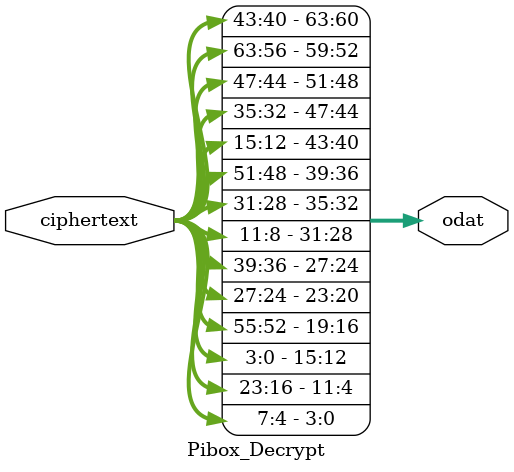
<source format=v>
`timescale 1ns/1ps

module Pibox_Decrypt(
   output [63:0] odat,
   input  [63:0] ciphertext
);

assign odat[59:56] = ciphertext[63:60]; // pi^-1[0] = 1
assign odat[55:52] = ciphertext[59:56]; // pi^-1[1] = 2
assign odat[19:16] = ciphertext[55:52]; // pi^-1[2] = 11
assign odat[39:36] = ciphertext[51:48]; // pi^-1[3] = 6
assign odat[51:48] = ciphertext[47:44]; // pi^-1[4] = 3
assign odat[63:60] = ciphertext[43:40]; // pi^-1[5] = 0
assign odat[27:24] = ciphertext[39:36]; // pi^-1[6] = 9
assign odat[47:44] = ciphertext[35:32]; // pi^-1[7] = 4
assign odat[35:32] = ciphertext[31:28]; // pi^-1[8] = 7
assign odat[23:20] = ciphertext[27:24];  // pi^-1[9] = 10
assign odat[11:8] = ciphertext[23:20]; // pi^-1[10] = 13
assign odat[7:4] = ciphertext[19:16];   // pi^-1[11] = 14
assign odat[43:40] = ciphertext[15:12]; // pi^-1[12] = 5
assign odat[31:28] = ciphertext[11:8];   // pi^-1[13] = 8
assign odat[3:0] = ciphertext[7:4]; // pi^-1[14] = 15
assign odat[15:12] = ciphertext[3:0]; // pi^-1[15] = 12

endmodule
</source>
